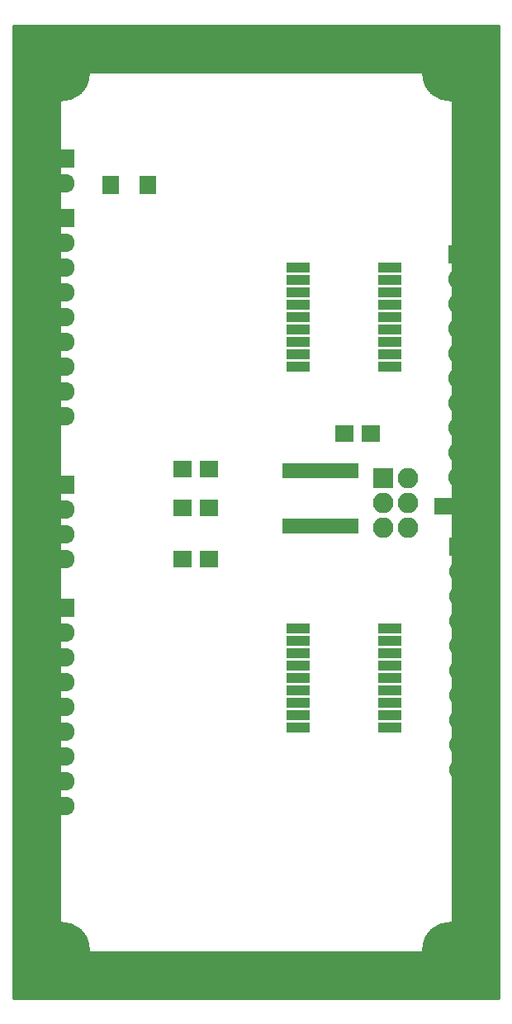
<source format=gbr>
G04 #@! TF.FileFunction,Soldermask,Top*
%FSLAX46Y46*%
G04 Gerber Fmt 4.6, Leading zero omitted, Abs format (unit mm)*
G04 Created by KiCad (PCBNEW 4.0.7) date 12/30/17 14:03:50*
%MOMM*%
%LPD*%
G01*
G04 APERTURE LIST*
%ADD10C,0.100000*%
%ADD11R,2.597100X1.924000*%
%ADD12O,2.597100X1.924000*%
%ADD13R,1.900000X1.700000*%
%ADD14R,2.400000X1.000000*%
%ADD15C,5.900000*%
%ADD16R,2.100000X2.100000*%
%ADD17O,2.100000X2.100000*%
%ADD18R,0.800000X1.500000*%
%ADD19R,1.670000X1.870000*%
%ADD20C,0.254000*%
G04 APERTURE END LIST*
D10*
D11*
X95076200Y-48730000D03*
D12*
X95076200Y-51270000D03*
X136000000Y-78890000D03*
X136000000Y-76350000D03*
X136000000Y-73810000D03*
X136000000Y-68730000D03*
X136000000Y-66190000D03*
X136000000Y-63650000D03*
X136000000Y-81430000D03*
X136000000Y-71270000D03*
D11*
X136000000Y-58570000D03*
D12*
X136000000Y-61110000D03*
X136100000Y-108920000D03*
X136100000Y-106380000D03*
X136100000Y-103840000D03*
X136100000Y-98760000D03*
X136100000Y-96220000D03*
X136100000Y-93680000D03*
X136100000Y-111460000D03*
X136100000Y-101300000D03*
D11*
X136100000Y-88600000D03*
D12*
X136100000Y-91140000D03*
D13*
X134250000Y-84400000D03*
X136950000Y-84400000D03*
D14*
X119300000Y-59920000D03*
X119300000Y-61190000D03*
X119300000Y-62460000D03*
X119300000Y-63730000D03*
X119300000Y-65000000D03*
X119300000Y-66270000D03*
X119300000Y-67540000D03*
X119300000Y-68810000D03*
X119300000Y-70080000D03*
X128700000Y-70080000D03*
X128700000Y-68810000D03*
X128700000Y-67540000D03*
X128700000Y-66270000D03*
X128700000Y-65000000D03*
X128700000Y-63730000D03*
X128700000Y-62460000D03*
X128700000Y-61190000D03*
X128700000Y-59920000D03*
X119300000Y-96920000D03*
X119300000Y-98190000D03*
X119300000Y-99460000D03*
X119300000Y-100730000D03*
X119300000Y-102000000D03*
X119300000Y-103270000D03*
X119300000Y-104540000D03*
X119300000Y-105810000D03*
X119300000Y-107080000D03*
X128700000Y-107080000D03*
X128700000Y-105810000D03*
X128700000Y-104540000D03*
X128700000Y-103270000D03*
X128700000Y-102000000D03*
X128700000Y-100730000D03*
X128700000Y-99460000D03*
X128700000Y-98190000D03*
X128700000Y-96920000D03*
D15*
X95000000Y-40000000D03*
X95000000Y-130000000D03*
X135000000Y-130000000D03*
X135000000Y-40000000D03*
D12*
X95076200Y-72620000D03*
X95076200Y-70080000D03*
X95076200Y-65000000D03*
X95076200Y-62460000D03*
X95076200Y-59920000D03*
X95076200Y-75160000D03*
X95076200Y-67540000D03*
D11*
X95076200Y-54840000D03*
D12*
X95076200Y-57380000D03*
X95076200Y-112620000D03*
X95076200Y-110080000D03*
X95076200Y-105000000D03*
X95076200Y-102460000D03*
X95076200Y-99920000D03*
X95076200Y-115160000D03*
X95076200Y-107540000D03*
D11*
X95076200Y-94840000D03*
D12*
X95076200Y-97380000D03*
X95076200Y-89810000D03*
X95076200Y-87270000D03*
D11*
X95076200Y-82190000D03*
D12*
X95076200Y-84730000D03*
D16*
X136100000Y-116250000D03*
D17*
X136100000Y-118790000D03*
D16*
X136750000Y-51250000D03*
D17*
X136750000Y-53790000D03*
D18*
X125175000Y-80750000D03*
X124525000Y-80750000D03*
X123875000Y-80750000D03*
X123225000Y-80750000D03*
X122575000Y-80750000D03*
X121925000Y-80750000D03*
X121275000Y-80750000D03*
X120625000Y-80750000D03*
X119975000Y-80750000D03*
X119325000Y-80750000D03*
X118675000Y-80750000D03*
X118025000Y-80750000D03*
X118025000Y-86450000D03*
X118675000Y-86450000D03*
X119325000Y-86450000D03*
X119975000Y-86450000D03*
X120625000Y-86450000D03*
X121275000Y-86450000D03*
X121925000Y-86450000D03*
X122575000Y-86450000D03*
X123225000Y-86450000D03*
X123875000Y-86450000D03*
X124525000Y-86450000D03*
X125175000Y-86450000D03*
D16*
X128060000Y-81520000D03*
D17*
X130600000Y-81520000D03*
X128060000Y-84060000D03*
X130600000Y-84060000D03*
X128060000Y-86600000D03*
X130600000Y-86600000D03*
D19*
X103935000Y-51500000D03*
X100065000Y-51500000D03*
D13*
X110150000Y-89800000D03*
X107450000Y-89800000D03*
X107450000Y-80600000D03*
X110150000Y-80600000D03*
X110150000Y-84600000D03*
X107450000Y-84600000D03*
X126750000Y-77000000D03*
X124050000Y-77000000D03*
D20*
G36*
X139873000Y-134873000D02*
X90127000Y-134873000D01*
X90127000Y-40000000D01*
X94873000Y-40000000D01*
X94873000Y-130000000D01*
X94883006Y-130049410D01*
X94911447Y-130091035D01*
X94953841Y-130118315D01*
X95000000Y-130127000D01*
X135000000Y-130127000D01*
X135049410Y-130116994D01*
X135091035Y-130088553D01*
X135118315Y-130046159D01*
X135127000Y-130000000D01*
X135127000Y-40000000D01*
X135116994Y-39950590D01*
X135088553Y-39908965D01*
X135046159Y-39881685D01*
X135000000Y-39873000D01*
X95000000Y-39873000D01*
X94950590Y-39883006D01*
X94908965Y-39911447D01*
X94881685Y-39953841D01*
X94873000Y-40000000D01*
X90127000Y-40000000D01*
X90127000Y-35127000D01*
X139873000Y-35127000D01*
X139873000Y-134873000D01*
X139873000Y-134873000D01*
G37*
X139873000Y-134873000D02*
X90127000Y-134873000D01*
X90127000Y-40000000D01*
X94873000Y-40000000D01*
X94873000Y-130000000D01*
X94883006Y-130049410D01*
X94911447Y-130091035D01*
X94953841Y-130118315D01*
X95000000Y-130127000D01*
X135000000Y-130127000D01*
X135049410Y-130116994D01*
X135091035Y-130088553D01*
X135118315Y-130046159D01*
X135127000Y-130000000D01*
X135127000Y-40000000D01*
X135116994Y-39950590D01*
X135088553Y-39908965D01*
X135046159Y-39881685D01*
X135000000Y-39873000D01*
X95000000Y-39873000D01*
X94950590Y-39883006D01*
X94908965Y-39911447D01*
X94881685Y-39953841D01*
X94873000Y-40000000D01*
X90127000Y-40000000D01*
X90127000Y-35127000D01*
X139873000Y-35127000D01*
X139873000Y-134873000D01*
M02*

</source>
